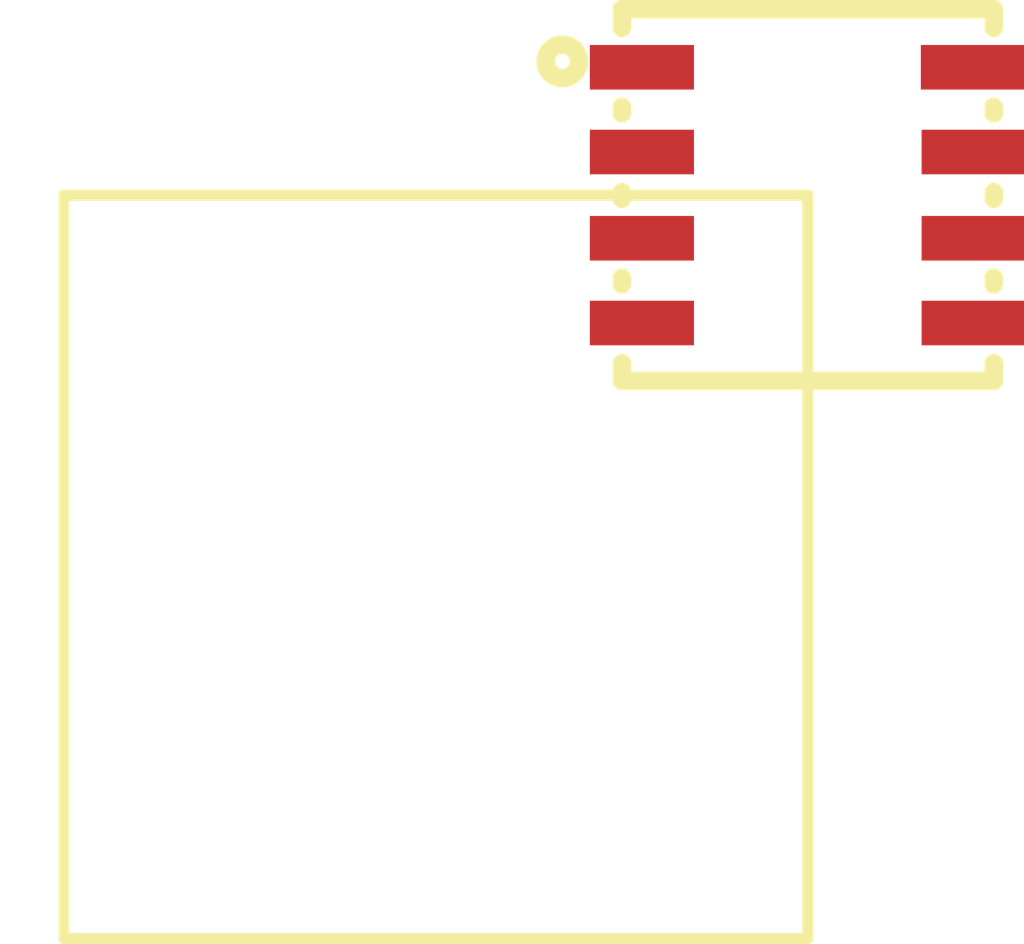
<source format=kicad_pcb>
(kicad_pcb (version 20241229) (generator "atopile") (generator_version "0.11.0")
  (layers (0 "F.Cu" signal) (31 "B.Cu" signal) (34 "B.Paste" user) (35 "F.Paste" user) (36 "B.SilkS" user "B.Silkscreen") (37 "F.SilkS" user "F.Silkscreen") (38 "B.Mask" user) (39 "F.Mask" user) (44 "Edge.Cuts" user))
  (net 0 "")
  (net 1 "rgb-cathodes-cathode-0")
  (net 2 "rgb-cathodes-cathode-1")
  (net 3 "rgb-cathodes-cathode-2")
  (net 4 "rgb-cathodes-cathode-3")
  (net 6 "anode")
  (footprint "ATOPILE_PIXEL10:pixel10" (layer "F.Cu") (at 0 0 0)
    (property "Reference" "U1" (hide yes))
    (property "Value" "" (hide yes))
    (fp_line (start 0 0) (end 0 10) (stroke (width 0.15)) (layer "F.SilkS"))
    (fp_line (start 0 0) (end 10 0) (stroke (width 0.15)) (layer "F.SilkS"))
    (fp_line (start 0 10) (end 10 10) (stroke (width 0.15)) (layer "F.SilkS"))
    (fp_line (start 10 0) (end 10 10) (stroke (width 0.15)) (layer "F.SilkS"))
  )
  (footprint "TCWIN_TC5050RGBW4D06_4CJHR3_AFW421A:LED-SMD_8P-L5.0-W5.0-TL-FD" (layer "F.Cu") (at 10 0 0)
    (property "Reference" "LED1" (hide yes))
    (property "Value" "")
    (fp_line (start -2.5 -2.25) (end -2.5 -2.5) (stroke (width 0.25)) (layer "F.SilkS"))
    (fp_line (start -2.5 -1.1) (end -2.5 -1.19) (stroke (width 0.25)) (layer "F.SilkS"))
    (fp_line (start -2.5 0.05) (end -2.5 -0.04) (stroke (width 0.25)) (layer "F.SilkS"))
    (fp_line (start -2.5 1.2) (end -2.5 1.11) (stroke (width 0.25)) (layer "F.SilkS"))
    (fp_line (start 2.5 2.26) (end 2.5 2.5) (stroke (width 0.25)) (layer "F.SilkS"))
    (fp_line (start 2.5 2.5) (end -2.5 2.5) (stroke (width 0.25)) (layer "F.SilkS"))
    (fp_line (start -2.5 2.5) (end -2.5 2.26) (stroke (width 0.25)) (layer "F.SilkS"))
    (fp_line (start 2.5 1.11) (end 2.5 1.2) (stroke (width 0.25)) (layer "F.SilkS"))
    (fp_line (start 2.5 -0.04) (end 2.5 0.05) (stroke (width 0.25)) (layer "F.SilkS"))
    (fp_line (start 2.5 -1.19) (end 2.5 -1.1) (stroke (width 0.25)) (layer "F.SilkS"))
    (fp_line (start -2.5 -2.5) (end 2.5 -2.5) (stroke (width 0.25)) (layer "F.SilkS"))
    (fp_line (start 2.5 -2.5) (end 2.5 -2.25) (stroke (width 0.25)) (layer "F.SilkS"))
    (fp_circle (center -3.3 -1.8) (end -3.2 -1.8) (stroke (width 0.25)) (fill no) (layer "F.SilkS"))
    (pad "8" smd rect (at 2.22 -1.72 90) (size 0.6 1.4) (layers "F.Cu" "F.Paste" "F.Mask") (net 4 "rgb-cathodes-cathode-3"))
    (pad "7" smd rect (at 2.23 -0.58 90) (size 0.6 1.4) (layers "F.Cu" "F.Paste" "F.Mask") (net 3 "rgb-cathodes-cathode-2"))
    (pad "6" smd rect (at 2.23 0.58 90) (size 0.6 1.4) (layers "F.Cu" "F.Paste" "F.Mask") (net 1 "rgb-cathodes-cathode-0"))
    (pad "5" smd rect (at 2.23 1.72 90) (size 0.6 1.4) (layers "F.Cu" "F.Paste" "F.Mask") (net 2 "rgb-cathodes-cathode-1"))
    (pad "4" smd rect (at -2.23 1.72 90) (size 0.6 1.4) (layers "F.Cu" "F.Paste" "F.Mask") (net 6 "anode"))
    (pad "3" smd rect (at -2.23 0.58 90) (size 0.6 1.4) (layers "F.Cu" "F.Paste" "F.Mask") (net 6 "anode"))
    (pad "2" smd rect (at -2.23 -0.58 90) (size 0.6 1.4) (layers "F.Cu" "F.Paste" "F.Mask") (net 6 "anode"))
    (pad "1" smd rect (at -2.23 -1.72 90) (size 0.6 1.4) (layers "F.Cu" "F.Paste" "F.Mask") (net 6 "anode"))
  )
)
</source>
